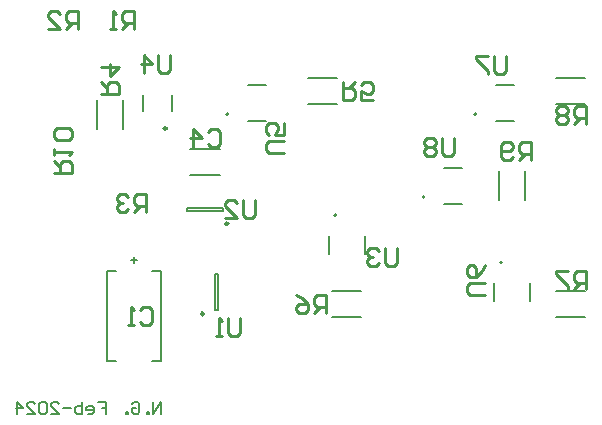
<source format=gbo>
G04*
G04 #@! TF.GenerationSoftware,Altium Limited,Altium Designer,24.1.2 (44)*
G04*
G04 Layer_Color=32896*
%FSLAX44Y44*%
%MOMM*%
G71*
G04*
G04 #@! TF.SameCoordinates,4DB1EA52-69EA-4262-BFD2-8653D691B8C7*
G04*
G04*
G04 #@! TF.FilePolarity,Positive*
G04*
G01*
G75*
%ADD10C,0.2500*%
%ADD11C,0.2000*%
%ADD13C,0.2540*%
%ADD53C,0.1270*%
D10*
X187750Y248500D02*
G03*
X187750Y248500I-1250J0D01*
G01*
X239750Y168000D02*
G03*
X239750Y168000I-1250J0D01*
G01*
X219250Y91500D02*
G03*
X219250Y91500I-1250J0D01*
G01*
D11*
X406000Y190500D02*
G03*
X406000Y190500I-1000J0D01*
G01*
X240000Y260500D02*
G03*
X240000Y260500I-1000J0D01*
G01*
X331500Y175000D02*
G03*
X331500Y175000I-1000J0D01*
G01*
X450000Y260500D02*
G03*
X450000Y260500I-1000J0D01*
G01*
X471500Y135000D02*
G03*
X471500Y135000I-1000J0D01*
G01*
X192500Y263250D02*
Y276750D01*
X167500D02*
X168000D01*
X192000D02*
X192500D01*
X167500Y263250D02*
Y276750D01*
Y263250D02*
X168000D01*
X192000D02*
X192500D01*
X307709Y291000D02*
X332291D01*
X307709Y269000D02*
X332291D01*
X517709Y89000D02*
X542291D01*
X517709Y111000D02*
X542291D01*
X469000Y187709D02*
Y212291D01*
X491000Y187709D02*
Y212291D01*
X517709Y269000D02*
X542291D01*
X517709Y291000D02*
X542291D01*
X327709Y111000D02*
X352291D01*
X327709Y89000D02*
X352291D01*
X157500Y137000D02*
X162500D01*
X160000Y134500D02*
Y139500D01*
X175400Y52000D02*
X183000D01*
X137000D02*
X144600D01*
X137000D02*
Y128000D01*
X175400D02*
X183000D01*
X137000D02*
X144600D01*
X183000Y52000D02*
Y128000D01*
X207469Y231250D02*
X232531D01*
X207469Y208750D02*
X232531D01*
X235500Y178500D02*
Y181500D01*
X204500Y178500D02*
Y181500D01*
Y178500D02*
X235500D01*
X204500Y181500D02*
X235500D01*
X228500Y94500D02*
X231500D01*
X228500Y125500D02*
X231500D01*
X228500Y94500D02*
Y125500D01*
X231500Y94500D02*
Y125500D01*
X129000Y247709D02*
Y272291D01*
X151000Y247709D02*
Y272291D01*
X183000Y7000D02*
Y16997D01*
X176336Y7000D01*
Y16997D01*
X173003Y7000D02*
Y8666D01*
X171337D01*
Y7000D01*
X173003D01*
X158008Y15331D02*
X159674Y16997D01*
X163006D01*
X164673Y15331D01*
Y8666D01*
X163006Y7000D01*
X159674D01*
X158008Y8666D01*
Y11998D01*
X161340D01*
X154676Y7000D02*
Y8666D01*
X153010D01*
Y7000D01*
X154676D01*
X129684Y16997D02*
X136348D01*
Y11998D01*
X133016D01*
X136348D01*
Y7000D01*
X121353D02*
X124685D01*
X126352Y8666D01*
Y11998D01*
X124685Y13664D01*
X121353D01*
X119687Y11998D01*
Y10332D01*
X126352D01*
X116355Y16997D02*
Y7000D01*
X111356D01*
X109690Y8666D01*
Y10332D01*
Y11998D01*
X111356Y13664D01*
X116355D01*
X106358Y11998D02*
X99694D01*
X89697Y7000D02*
X96361D01*
X89697Y13664D01*
Y15331D01*
X91363Y16997D01*
X94695D01*
X96361Y15331D01*
X86364D02*
X84698Y16997D01*
X81366D01*
X79700Y15331D01*
Y8666D01*
X81366Y7000D01*
X84698D01*
X86364Y8666D01*
Y15331D01*
X69703Y7000D02*
X76368D01*
X69703Y13664D01*
Y15331D01*
X71369Y16997D01*
X74702D01*
X76368Y15331D01*
X61372Y7000D02*
Y16997D01*
X66371Y11998D01*
X59706D01*
D13*
X495972Y221792D02*
Y237027D01*
X488354D01*
X485815Y234488D01*
Y229410D01*
X488354Y226870D01*
X495972D01*
X490894D02*
X485815Y221792D01*
X480737Y224331D02*
X478198Y221792D01*
X473119D01*
X470580Y224331D01*
Y234488D01*
X473119Y237027D01*
X478198D01*
X480737Y234488D01*
Y231949D01*
X478198Y229410D01*
X470580D01*
X542696Y252383D02*
Y267617D01*
X535078D01*
X532539Y265078D01*
Y260000D01*
X535078Y257461D01*
X542696D01*
X537618D02*
X532539Y252383D01*
X527461Y265078D02*
X524922Y267617D01*
X519843D01*
X517304Y265078D01*
Y262539D01*
X519843Y260000D01*
X517304Y257461D01*
Y254922D01*
X519843Y252383D01*
X524922D01*
X527461Y254922D01*
Y257461D01*
X524922Y260000D01*
X527461Y262539D01*
Y265078D01*
X524922Y260000D02*
X519843D01*
X542696Y112382D02*
Y127618D01*
X535078D01*
X532539Y125078D01*
Y120000D01*
X535078Y117461D01*
X542696D01*
X537618D02*
X532539Y112382D01*
X527461Y127618D02*
X517304D01*
Y125078D01*
X527461Y114922D01*
Y112382D01*
X322696Y92382D02*
Y107618D01*
X315078D01*
X312539Y105078D01*
Y100000D01*
X315078Y97461D01*
X322696D01*
X317617D02*
X312539Y92382D01*
X297304Y107618D02*
X302383Y105078D01*
X307461Y100000D01*
Y94922D01*
X304922Y92382D01*
X299843D01*
X297304Y94922D01*
Y97461D01*
X299843Y100000D01*
X307461D01*
X430948Y240075D02*
Y227379D01*
X428409Y224840D01*
X423330D01*
X420791Y227379D01*
Y240075D01*
X415713Y237536D02*
X413174Y240075D01*
X408095D01*
X405556Y237536D01*
Y234997D01*
X408095Y232458D01*
X405556Y229918D01*
Y227379D01*
X408095Y224840D01*
X413174D01*
X415713Y227379D01*
Y229918D01*
X413174Y232458D01*
X415713Y234997D01*
Y237536D01*
X413174Y232458D02*
X408095D01*
X474890Y310179D02*
Y297483D01*
X472351Y294944D01*
X467272D01*
X464733Y297483D01*
Y310179D01*
X459655D02*
X449498D01*
Y307640D01*
X459655Y297483D01*
Y294944D01*
X457618Y107304D02*
X444922D01*
X442383Y109843D01*
Y114922D01*
X444922Y117461D01*
X457618D01*
Y132696D02*
X455078Y127618D01*
X450000Y122539D01*
X444922D01*
X442383Y125078D01*
Y130157D01*
X444922Y132696D01*
X447461D01*
X450000Y130157D01*
Y122539D01*
X286618Y227304D02*
X273922D01*
X271383Y229843D01*
Y234922D01*
X273922Y237461D01*
X286618D01*
Y252696D02*
Y242539D01*
X279000D01*
X281539Y247617D01*
Y250157D01*
X279000Y252696D01*
X273922D01*
X271383Y250157D01*
Y245078D01*
X273922Y242539D01*
X190918Y310941D02*
Y298245D01*
X188379Y295706D01*
X183300D01*
X180761Y298245D01*
Y310941D01*
X168065Y295706D02*
Y310941D01*
X175683Y303323D01*
X165526D01*
X382696Y147618D02*
Y134922D01*
X380157Y132382D01*
X375078D01*
X372539Y134922D01*
Y147618D01*
X367461Y145078D02*
X364922Y147618D01*
X359843D01*
X357304Y145078D01*
Y142539D01*
X359843Y140000D01*
X362383D01*
X359843D01*
X357304Y137461D01*
Y134922D01*
X359843Y132382D01*
X364922D01*
X367461Y134922D01*
X262696Y187617D02*
Y174922D01*
X260157Y172383D01*
X255078D01*
X252539Y174922D01*
Y187617D01*
X237304Y172383D02*
X247461D01*
X237304Y182539D01*
Y185078D01*
X239843Y187617D01*
X244922D01*
X247461Y185078D01*
X250157Y87618D02*
Y74922D01*
X247617Y72382D01*
X242539D01*
X240000Y74922D01*
Y87618D01*
X234922Y72382D02*
X229843D01*
X232382D01*
Y87618D01*
X234922Y85078D01*
X92382Y210956D02*
X107618D01*
Y218574D01*
X105078Y221113D01*
X100000D01*
X97461Y218574D01*
Y210956D01*
Y216035D02*
X92382Y221113D01*
Y226191D02*
Y231270D01*
Y228730D01*
X107618D01*
X105078Y226191D01*
Y238887D02*
X107618Y241426D01*
Y246505D01*
X105078Y249044D01*
X94922D01*
X92382Y246505D01*
Y241426D01*
X94922Y238887D01*
X105078D01*
X337304Y287617D02*
Y272383D01*
X344922D01*
X347461Y274922D01*
Y280000D01*
X344922Y282539D01*
X337304D01*
X342383D02*
X347461Y287617D01*
X362696Y272383D02*
X352539D01*
Y280000D01*
X357617Y277461D01*
X360157D01*
X362696Y280000D01*
Y285078D01*
X360157Y287617D01*
X355078D01*
X352539Y285078D01*
X132382Y277304D02*
X147618D01*
Y284922D01*
X145078Y287461D01*
X140000D01*
X137461Y284922D01*
Y277304D01*
Y282382D02*
X132382Y287461D01*
Y300157D02*
X147618D01*
X140000Y292539D01*
Y302696D01*
X170598Y177850D02*
Y193085D01*
X162980D01*
X160441Y190546D01*
Y185467D01*
X162980Y182928D01*
X170598D01*
X165520D02*
X160441Y177850D01*
X155363Y190546D02*
X152824Y193085D01*
X147745D01*
X145206Y190546D01*
Y188007D01*
X147745Y185467D01*
X150285D01*
X147745D01*
X145206Y182928D01*
Y180389D01*
X147745Y177850D01*
X152824D01*
X155363Y180389D01*
X112696Y332383D02*
Y347617D01*
X105078D01*
X102539Y345078D01*
Y340000D01*
X105078Y337461D01*
X112696D01*
X107618D02*
X102539Y332383D01*
X87304D02*
X97461D01*
X87304Y342539D01*
Y345078D01*
X89843Y347617D01*
X94922D01*
X97461Y345078D01*
X160157Y332383D02*
Y347617D01*
X152539D01*
X150000Y345078D01*
Y340000D01*
X152539Y337461D01*
X160157D01*
X155078D02*
X150000Y332383D01*
X144922D02*
X139843D01*
X142382D01*
Y347617D01*
X144922Y345078D01*
X222539Y245078D02*
X225078Y247617D01*
X230157D01*
X232696Y245078D01*
Y234922D01*
X230157Y232383D01*
X225078D01*
X222539Y234922D01*
X209843Y232383D02*
Y247617D01*
X217461Y240000D01*
X207304D01*
X165000Y95078D02*
X167539Y97618D01*
X172617D01*
X175157Y95078D01*
Y84922D01*
X172617Y82382D01*
X167539D01*
X165000Y84922D01*
X159922Y82382D02*
X154843D01*
X157382D01*
Y97618D01*
X159922Y95078D01*
D53*
X422500Y215200D02*
X437500D01*
X422500Y184800D02*
X437500D01*
X256500Y285200D02*
X271500D01*
X256500Y254800D02*
X271500D01*
X355200Y142500D02*
Y157500D01*
X324800Y142500D02*
Y157500D01*
X466500Y285200D02*
X481500D01*
X466500Y254800D02*
X481500D01*
X495200Y102500D02*
Y117500D01*
X464800Y102500D02*
Y117500D01*
M02*

</source>
